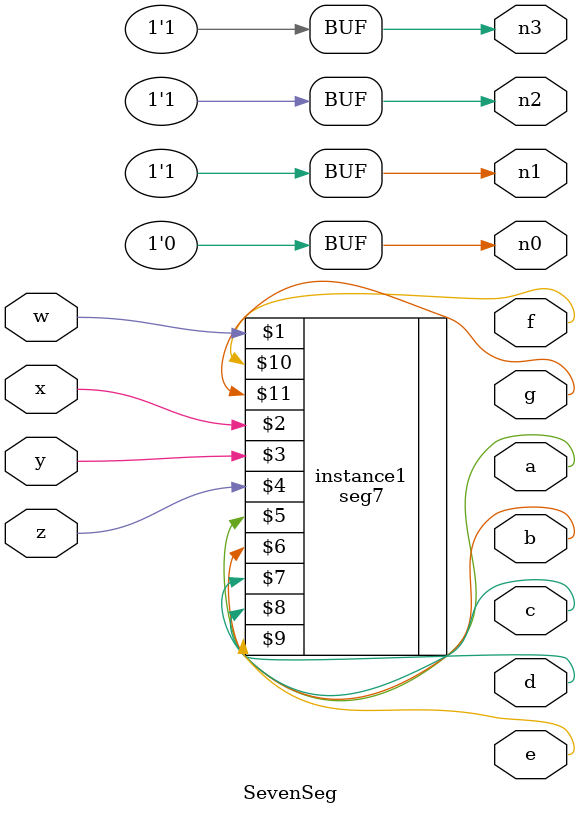
<source format=v>
`timescale 1ns / 1ps
module SevenSeg(w, x, y, z, a, b, c, d, e, f, g, n3, n2, n1, n0);

	input w, x, y, z;
	output a, b, c, d, e, f, g;
	output n3, n2, n1, n0;
	
	seg7 instance1(w, x, y, z, a, b, c, d, e, f, g);
	
	assign n3 = 1;
	assign n2 = 1;
	assign n1 = 1;
	assign n0 = 0;

endmodule

</source>
